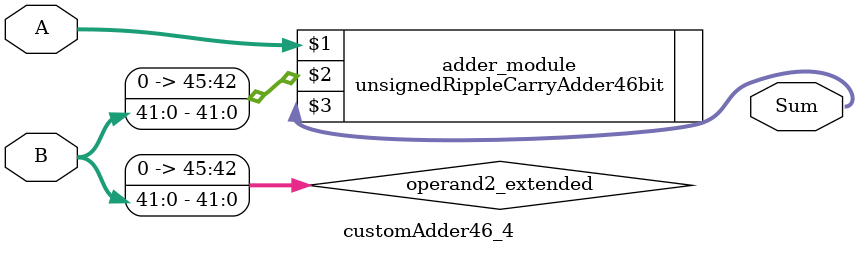
<source format=v>
module customAdder46_4(
                        input [45 : 0] A,
                        input [41 : 0] B,
                        
                        output [46 : 0] Sum
                );

        wire [45 : 0] operand2_extended;
        
        assign operand2_extended =  {4'b0, B};
        
        unsignedRippleCarryAdder46bit adder_module(
            A,
            operand2_extended,
            Sum
        );
        
        endmodule
        
</source>
